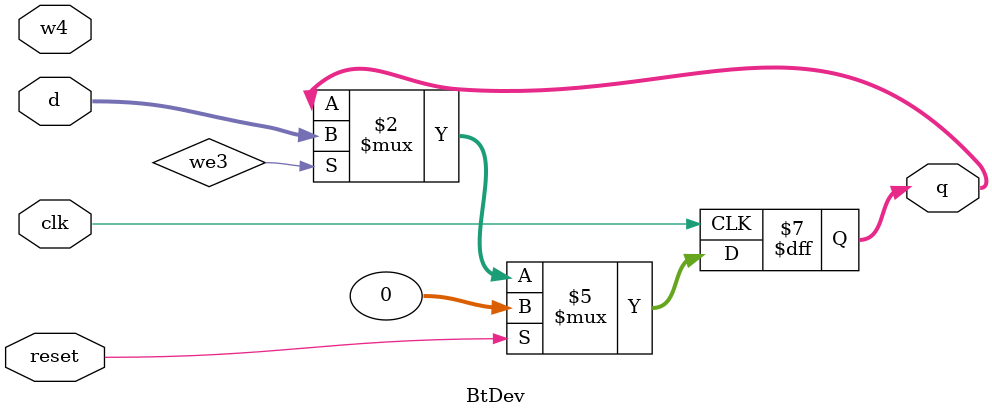
<source format=v>
`timescale 1ns / 1ps
module BtDev(
	input wire clk,reset, w4,
	input wire [31:0]d,
	output reg [31:0]q
);
	always@(posedge clk) begin 
		if(reset) begin
			q<=32'd0;
		end else begin 
			if(we3) begin
				q<=d;				
			end 
		end
	end
endmodule

</source>
